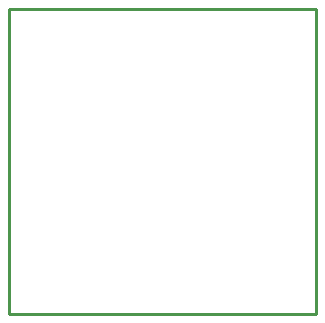
<source format=gbr>
%TF.GenerationSoftware,Altium Limited,Altium Designer,21.8.1 (53)*%
G04 Layer_Color=16711935*
%FSLAX43Y43*%
%MOMM*%
%TF.SameCoordinates,A6AE4B2E-CBDB-4FE6-9ABE-5E998AE3B91F*%
%TF.FilePolarity,Positive*%
%TF.FileFunction,Keep-out,Top*%
%TF.Part,Single*%
G01*
G75*
%TA.AperFunction,NonConductor*%
%ADD11C,0.254*%
D11*
X0Y0D02*
X26000D01*
X0Y25840D02*
X26000D01*
Y0D02*
Y25840D01*
X0Y0D02*
Y25840D01*
%TF.MD5,bcf40e260c506e67d64dc82ecc867da9*%
M02*

</source>
